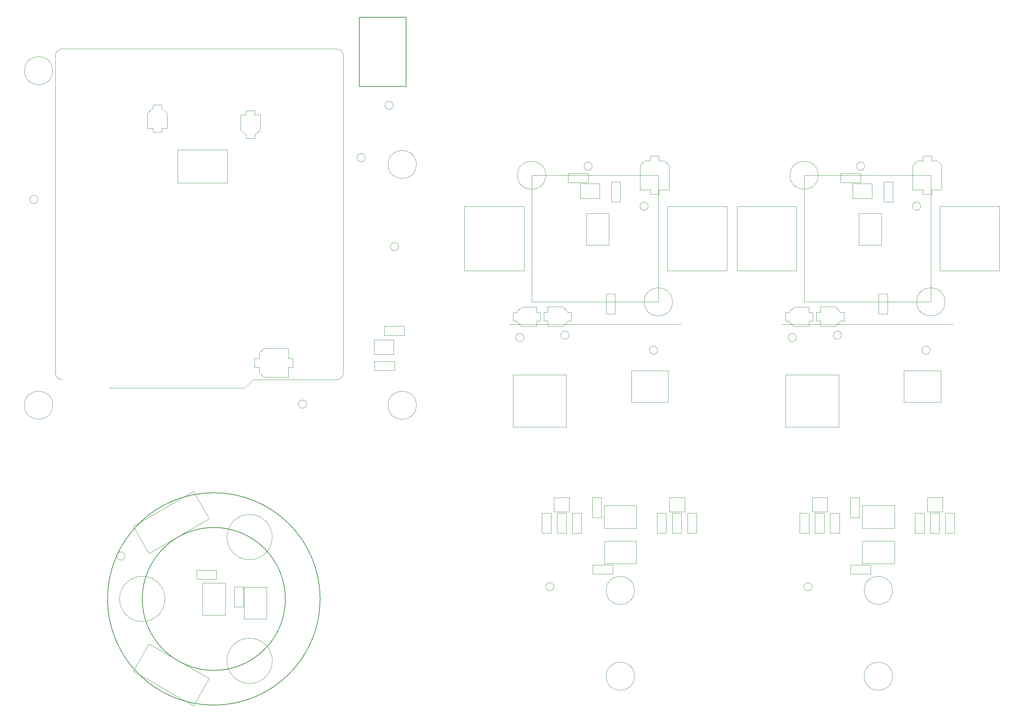
<source format=gbr>
G04 #@! TF.GenerationSoftware,KiCad,Pcbnew,(5.1.5)-3*
G04 #@! TF.CreationDate,2021-05-17T18:43:42+02:00*
G04 #@! TF.ProjectId,MK2EE,4d4b3245-452e-46b6-9963-61645f706362,1*
G04 #@! TF.SameCoordinates,Original*
G04 #@! TF.FileFunction,Other,User*
%FSLAX46Y46*%
G04 Gerber Fmt 4.6, Leading zero omitted, Abs format (unit mm)*
G04 Created by KiCad (PCBNEW (5.1.5)-3) date 2021-05-17 18:43:42*
%MOMM*%
%LPD*%
G04 APERTURE LIST*
%ADD10C,0.050000*%
%ADD11C,0.150000*%
G04 APERTURE END LIST*
D10*
X232995000Y-103980000D02*
X232995000Y-72980000D01*
X263995000Y-103980000D02*
X263995000Y-72980000D01*
X232995000Y-72980000D02*
X263995000Y-72980000D01*
X263995000Y-103980000D02*
X232995000Y-103980000D01*
X269495000Y-109481000D02*
X227495000Y-109481000D01*
X202845000Y-109481000D02*
X160845000Y-109481000D01*
X197345000Y-103980000D02*
X166345000Y-103980000D01*
X166345000Y-103980000D02*
X166345000Y-72980000D01*
X197345000Y-103980000D02*
X197345000Y-72980000D01*
X166345000Y-72980000D02*
X197345000Y-72980000D01*
D11*
X114634000Y-176729000D02*
G75*
G03X114634000Y-176729000I-26000000J0D01*
G01*
X106134000Y-176729000D02*
G75*
G03X106134000Y-176729000I-17500000J0D01*
G01*
D10*
X235681000Y-160625000D02*
X235681000Y-155725000D01*
X237921000Y-160625000D02*
X235681000Y-160625000D01*
X237921000Y-155725000D02*
X237921000Y-160625000D01*
X235681000Y-155725000D02*
X237921000Y-155725000D01*
X263831000Y-160625000D02*
X263831000Y-155725000D01*
X266071000Y-160625000D02*
X263831000Y-160625000D01*
X266071000Y-155725000D02*
X266071000Y-160625000D01*
X263831000Y-155725000D02*
X266071000Y-155725000D01*
X262371000Y-155725000D02*
X262371000Y-160625000D01*
X260131000Y-155725000D02*
X262371000Y-155725000D01*
X260131000Y-160625000D02*
X260131000Y-155725000D01*
X262371000Y-160625000D02*
X260131000Y-160625000D01*
X239381000Y-160625000D02*
X239381000Y-155725000D01*
X241621000Y-160625000D02*
X239381000Y-160625000D01*
X241621000Y-155725000D02*
X241621000Y-160625000D01*
X239381000Y-155725000D02*
X241621000Y-155725000D01*
X234930000Y-173760000D02*
G75*
G03X234930000Y-173760000I-1000000J0D01*
G01*
X234196000Y-155725000D02*
X234196000Y-160625000D01*
X231956000Y-155725000D02*
X234196000Y-155725000D01*
X231956000Y-160625000D02*
X231956000Y-155725000D01*
X234196000Y-160625000D02*
X231956000Y-160625000D01*
X267556000Y-160625000D02*
X267556000Y-155725000D01*
X269796000Y-160625000D02*
X267556000Y-160625000D01*
X269796000Y-155725000D02*
X269796000Y-160625000D01*
X267556000Y-155725000D02*
X269796000Y-155725000D01*
X254601000Y-195645000D02*
G75*
G03X254601000Y-195645000I-3450000J0D01*
G01*
X254601000Y-174641000D02*
G75*
G03X254601000Y-174641000I-3450000J0D01*
G01*
X246521000Y-151925000D02*
X246521000Y-156825000D01*
X244281000Y-151925000D02*
X246521000Y-151925000D01*
X244281000Y-156825000D02*
X244281000Y-151925000D01*
X246521000Y-156825000D02*
X244281000Y-156825000D01*
X244376000Y-168380000D02*
X249276000Y-168380000D01*
X244376000Y-170620000D02*
X244376000Y-168380000D01*
X249276000Y-170620000D02*
X244376000Y-170620000D01*
X249276000Y-168380000D02*
X249276000Y-170620000D01*
X255076000Y-153841000D02*
X255076000Y-159441000D01*
X247226000Y-153841000D02*
X255076000Y-153841000D01*
X247226000Y-159441000D02*
X247226000Y-153841000D01*
X255076000Y-159441000D02*
X247226000Y-159441000D01*
X247271000Y-168075000D02*
X247271000Y-162575000D01*
X255081000Y-168075000D02*
X255081000Y-162575000D01*
X255081000Y-162575000D02*
X247271000Y-162575000D01*
X255081000Y-168075000D02*
X247271000Y-168075000D01*
X238651000Y-155400000D02*
X234951000Y-155400000D01*
X234951000Y-155400000D02*
X234951000Y-151900000D01*
X234951000Y-151900000D02*
X238651000Y-151900000D01*
X238651000Y-151900000D02*
X238651000Y-155400000D01*
X266876000Y-155375000D02*
X263176000Y-155375000D01*
X263176000Y-155375000D02*
X263176000Y-151875000D01*
X263176000Y-151875000D02*
X266876000Y-151875000D01*
X266876000Y-151875000D02*
X266876000Y-155375000D01*
X241470000Y-121880000D02*
X228470000Y-121880000D01*
X241470000Y-134630000D02*
X241470000Y-121880000D01*
X228470000Y-134630000D02*
X241470000Y-134630000D01*
X228470000Y-121880000D02*
X228470000Y-134630000D01*
X231120000Y-112755000D02*
G75*
G03X231120000Y-112755000I-1000000J0D01*
G01*
X261520000Y-80555000D02*
G75*
G03X261520000Y-80555000I-1000000J0D01*
G01*
X263810000Y-115820000D02*
G75*
G03X263810000Y-115820000I-1000000J0D01*
G01*
X249625000Y-78655000D02*
X244865000Y-78655000D01*
X249625000Y-78655000D02*
X249625000Y-75055000D01*
X244865000Y-75055000D02*
X244865000Y-78655000D01*
X244865000Y-75055000D02*
X249625000Y-75055000D01*
X247830000Y-70765000D02*
G75*
G03X247830000Y-70765000I-1000000J0D01*
G01*
X242145000Y-112130000D02*
G75*
G03X242145000Y-112130000I-1000000J0D01*
G01*
X236445000Y-72980000D02*
G75*
G03X236445000Y-72980000I-3450000J0D01*
G01*
X267445000Y-103980000D02*
G75*
G03X267445000Y-103980000I-3450000J0D01*
G01*
X216565000Y-80600000D02*
X231165000Y-80600000D01*
X216565000Y-96380000D02*
X216565000Y-80600000D01*
X231165000Y-80600000D02*
X231165000Y-96380000D01*
X231165000Y-96380000D02*
X216565000Y-96380000D01*
X266420000Y-120830000D02*
X257420000Y-120830000D01*
X266420000Y-128530000D02*
X266420000Y-120830000D01*
X257420000Y-128530000D02*
X266420000Y-128530000D01*
X257420000Y-120830000D02*
X257420000Y-128530000D01*
X242720000Y-106530000D02*
X241770000Y-106530000D01*
X242720000Y-108630000D02*
X242720000Y-106530000D01*
X241770000Y-108630000D02*
X242720000Y-108630000D01*
X241770000Y-106530000D02*
X241770000Y-106330000D01*
X241770000Y-108830000D02*
X241770000Y-108630000D01*
X241770000Y-108830000D02*
X240620000Y-109980000D01*
X241770000Y-106330000D02*
X240620000Y-105180000D01*
X240620000Y-109980000D02*
X236970000Y-109980000D01*
X240620000Y-105180000D02*
X236970000Y-105180000D01*
X236970000Y-106530000D02*
X236970000Y-105180000D01*
X236020000Y-106530000D02*
X236970000Y-106530000D01*
X236020000Y-108630000D02*
X236020000Y-106530000D01*
X236970000Y-108630000D02*
X236020000Y-108630000D01*
X236970000Y-109980000D02*
X236970000Y-108630000D01*
X262045000Y-68280000D02*
X262045000Y-69430000D01*
X264145000Y-68280000D02*
X262045000Y-68280000D01*
X264145000Y-69430000D02*
X264145000Y-68280000D01*
X262045000Y-69430000D02*
X260695000Y-69430000D01*
X265495000Y-69430000D02*
X264145000Y-69430000D01*
X265495000Y-69430000D02*
X266645000Y-70580000D01*
X260695000Y-69430000D02*
X259545000Y-70580000D01*
X266645000Y-70580000D02*
X266645000Y-76530000D01*
X259545000Y-70580000D02*
X259545000Y-76530000D01*
X262045000Y-76530000D02*
X259545000Y-76530000D01*
X262045000Y-77680000D02*
X262045000Y-76530000D01*
X264145000Y-77680000D02*
X262045000Y-77680000D01*
X264145000Y-76530000D02*
X264145000Y-77680000D01*
X266645000Y-76530000D02*
X264145000Y-76530000D01*
X280800000Y-96385000D02*
X266200000Y-96385000D01*
X280800000Y-80605000D02*
X280800000Y-96385000D01*
X266200000Y-96385000D02*
X266200000Y-80605000D01*
X266200000Y-80605000D02*
X280800000Y-80605000D01*
X228445000Y-108680000D02*
X229395000Y-108680000D01*
X228445000Y-106580000D02*
X228445000Y-108680000D01*
X229395000Y-106580000D02*
X228445000Y-106580000D01*
X229395000Y-108680000D02*
X229395000Y-108880000D01*
X229395000Y-106380000D02*
X229395000Y-106580000D01*
X229395000Y-106380000D02*
X230545000Y-105230000D01*
X229395000Y-108880000D02*
X230545000Y-110030000D01*
X230545000Y-105230000D02*
X234195000Y-105230000D01*
X230545000Y-110030000D02*
X234195000Y-110030000D01*
X234195000Y-108680000D02*
X234195000Y-110030000D01*
X235145000Y-108680000D02*
X234195000Y-108680000D01*
X235145000Y-106580000D02*
X235145000Y-108680000D01*
X234195000Y-106580000D02*
X235145000Y-106580000D01*
X234195000Y-105230000D02*
X234195000Y-106580000D01*
X251200000Y-106955000D02*
X251200000Y-102055000D01*
X253440000Y-106955000D02*
X251200000Y-106955000D01*
X253440000Y-102055000D02*
X253440000Y-106955000D01*
X251200000Y-102055000D02*
X253440000Y-102055000D01*
X241930000Y-72535000D02*
X246830000Y-72535000D01*
X241930000Y-74775000D02*
X241930000Y-72535000D01*
X246830000Y-74775000D02*
X241930000Y-74775000D01*
X246830000Y-72535000D02*
X246830000Y-74775000D01*
X254715000Y-74630000D02*
X254715000Y-79530000D01*
X252475000Y-74630000D02*
X254715000Y-74630000D01*
X252475000Y-79530000D02*
X252475000Y-74630000D01*
X254715000Y-79530000D02*
X252475000Y-79530000D01*
X246395000Y-82325000D02*
X251895000Y-82325000D01*
X246395000Y-90135000D02*
X251895000Y-90135000D01*
X251895000Y-90135000D02*
X251895000Y-82325000D01*
X246395000Y-90135000D02*
X246395000Y-82325000D01*
X127859000Y-113294000D02*
X132619000Y-113294000D01*
X127859000Y-113294000D02*
X127859000Y-116894000D01*
X132619000Y-116894000D02*
X132619000Y-113294000D01*
X132619000Y-116894000D02*
X127859000Y-116894000D01*
X96224000Y-125044000D02*
X62974000Y-125044000D01*
X98224000Y-123044000D02*
X96224000Y-125044000D01*
X118599000Y-123044000D02*
X98224000Y-123044000D01*
X120349000Y-121294000D02*
G75*
G02X118599000Y-123044000I-1750000J0D01*
G01*
X120349000Y-43794000D02*
X120349000Y-121294000D01*
X118599000Y-42044000D02*
G75*
G02X120349000Y-43794000I0J-1750000D01*
G01*
X51599000Y-42044000D02*
X118599000Y-42044000D01*
X49849000Y-43794000D02*
G75*
G02X51599000Y-42044000I1750000J0D01*
G01*
X49849000Y-121294000D02*
X49849000Y-43794000D01*
X51599000Y-123044000D02*
G75*
G02X49849000Y-121294000I0J1750000D01*
G01*
X191491000Y-174641000D02*
G75*
G03X191491000Y-174641000I-3450000J0D01*
G01*
X191491000Y-195645000D02*
G75*
G03X191491000Y-195645000I-3450000J0D01*
G01*
X200795000Y-103980000D02*
G75*
G03X200795000Y-103980000I-3450000J0D01*
G01*
X169795000Y-72980000D02*
G75*
G03X169795000Y-72980000I-3450000J0D01*
G01*
X102934000Y-161573555D02*
G75*
G03X102934000Y-161573555I-5550000J0D01*
G01*
X102934000Y-191884445D02*
G75*
G03X102934000Y-191884445I-5550000J0D01*
G01*
X76684000Y-176729000D02*
G75*
G03X76684000Y-176729000I-5550000J0D01*
G01*
D11*
X124199001Y-51247000D02*
X135678999Y-51247000D01*
X124199001Y-34344000D02*
X124199001Y-51247000D01*
X135678999Y-34344000D02*
X124199001Y-34344000D01*
X135678999Y-51247000D02*
X135678999Y-34344000D01*
X135678999Y-51247000D02*
X135678999Y-51247000D01*
D10*
X138153000Y-129308000D02*
G75*
G03X138153000Y-129308000I-3450000J0D01*
G01*
X49225000Y-129308000D02*
G75*
G03X49225000Y-129308000I-3450000J0D01*
G01*
X138153000Y-70344000D02*
G75*
G03X138153000Y-70344000I-3450000J0D01*
G01*
X49225000Y-47380000D02*
G75*
G03X49225000Y-47380000I-3450000J0D01*
G01*
X98614000Y-63894000D02*
X98614000Y-62944000D01*
X96514000Y-63894000D02*
X98614000Y-63894000D01*
X96514000Y-62944000D02*
X96514000Y-63894000D01*
X98614000Y-62944000D02*
X98814000Y-62944000D01*
X96314000Y-62944000D02*
X96514000Y-62944000D01*
X96314000Y-62944000D02*
X95164000Y-61794000D01*
X98814000Y-62944000D02*
X99964000Y-61794000D01*
X95164000Y-61794000D02*
X95164000Y-58144000D01*
X99964000Y-61794000D02*
X99964000Y-58144000D01*
X98614000Y-58144000D02*
X99964000Y-58144000D01*
X98614000Y-57194000D02*
X98614000Y-58144000D01*
X96514000Y-57194000D02*
X98614000Y-57194000D01*
X96514000Y-58144000D02*
X96514000Y-57194000D01*
X95164000Y-58144000D02*
X96514000Y-58144000D01*
X73739000Y-55719000D02*
X73739000Y-56669000D01*
X75839000Y-55719000D02*
X73739000Y-55719000D01*
X75839000Y-56669000D02*
X75839000Y-55719000D01*
X73739000Y-56669000D02*
X73539000Y-56669000D01*
X76039000Y-56669000D02*
X75839000Y-56669000D01*
X76039000Y-56669000D02*
X77189000Y-57819000D01*
X73539000Y-56669000D02*
X72389000Y-57819000D01*
X77189000Y-57819000D02*
X77189000Y-61469000D01*
X72389000Y-57819000D02*
X72389000Y-61469000D01*
X73739000Y-61469000D02*
X72389000Y-61469000D01*
X73739000Y-62419000D02*
X73739000Y-61469000D01*
X75839000Y-62419000D02*
X73739000Y-62419000D01*
X75839000Y-61469000D02*
X75839000Y-62419000D01*
X77189000Y-61469000D02*
X75839000Y-61469000D01*
X98589000Y-119944000D02*
X99739000Y-119944000D01*
X98589000Y-117844000D02*
X98589000Y-119944000D01*
X99739000Y-117844000D02*
X98589000Y-117844000D01*
X99739000Y-119944000D02*
X99739000Y-121294000D01*
X99739000Y-116494000D02*
X99739000Y-117844000D01*
X99739000Y-116494000D02*
X100889000Y-115344000D01*
X99739000Y-121294000D02*
X100889000Y-122444000D01*
X100889000Y-115344000D02*
X106839000Y-115344000D01*
X100889000Y-122444000D02*
X106839000Y-122444000D01*
X106839000Y-119944000D02*
X106839000Y-122444000D01*
X107989000Y-119944000D02*
X106839000Y-119944000D01*
X107989000Y-117844000D02*
X107989000Y-119944000D01*
X106839000Y-117844000D02*
X107989000Y-117844000D01*
X106839000Y-115344000D02*
X106839000Y-117844000D01*
X199995000Y-76530000D02*
X197495000Y-76530000D01*
X197495000Y-76530000D02*
X197495000Y-77680000D01*
X197495000Y-77680000D02*
X195395000Y-77680000D01*
X195395000Y-77680000D02*
X195395000Y-76530000D01*
X195395000Y-76530000D02*
X192895000Y-76530000D01*
X192895000Y-70580000D02*
X192895000Y-76530000D01*
X199995000Y-70580000D02*
X199995000Y-76530000D01*
X194045000Y-69430000D02*
X192895000Y-70580000D01*
X198845000Y-69430000D02*
X199995000Y-70580000D01*
X198845000Y-69430000D02*
X197495000Y-69430000D01*
X195395000Y-69430000D02*
X194045000Y-69430000D01*
X197495000Y-69430000D02*
X197495000Y-68280000D01*
X197495000Y-68280000D02*
X195395000Y-68280000D01*
X195395000Y-68280000D02*
X195395000Y-69430000D01*
X167545000Y-105230000D02*
X167545000Y-106580000D01*
X167545000Y-106580000D02*
X168495000Y-106580000D01*
X168495000Y-106580000D02*
X168495000Y-108680000D01*
X168495000Y-108680000D02*
X167545000Y-108680000D01*
X167545000Y-108680000D02*
X167545000Y-110030000D01*
X163895000Y-110030000D02*
X167545000Y-110030000D01*
X163895000Y-105230000D02*
X167545000Y-105230000D01*
X162745000Y-108880000D02*
X163895000Y-110030000D01*
X162745000Y-106380000D02*
X163895000Y-105230000D01*
X162745000Y-106380000D02*
X162745000Y-106580000D01*
X162745000Y-108680000D02*
X162745000Y-108880000D01*
X162745000Y-106580000D02*
X161795000Y-106580000D01*
X161795000Y-106580000D02*
X161795000Y-108680000D01*
X161795000Y-108680000D02*
X162745000Y-108680000D01*
X170320000Y-109980000D02*
X170320000Y-108630000D01*
X170320000Y-108630000D02*
X169370000Y-108630000D01*
X169370000Y-108630000D02*
X169370000Y-106530000D01*
X169370000Y-106530000D02*
X170320000Y-106530000D01*
X170320000Y-106530000D02*
X170320000Y-105180000D01*
X173970000Y-105180000D02*
X170320000Y-105180000D01*
X173970000Y-109980000D02*
X170320000Y-109980000D01*
X175120000Y-106330000D02*
X173970000Y-105180000D01*
X175120000Y-108830000D02*
X173970000Y-109980000D01*
X175120000Y-108830000D02*
X175120000Y-108630000D01*
X175120000Y-106530000D02*
X175120000Y-106330000D01*
X175120000Y-108630000D02*
X176070000Y-108630000D01*
X176070000Y-108630000D02*
X176070000Y-106530000D01*
X176070000Y-106530000D02*
X175120000Y-106530000D01*
X190770000Y-120830000D02*
X190770000Y-128530000D01*
X190770000Y-128530000D02*
X199770000Y-128530000D01*
X199770000Y-128530000D02*
X199770000Y-120830000D01*
X199770000Y-120830000D02*
X190770000Y-120830000D01*
X199550000Y-80605000D02*
X214150000Y-80605000D01*
X199550000Y-96385000D02*
X199550000Y-80605000D01*
X214150000Y-80605000D02*
X214150000Y-96385000D01*
X214150000Y-96385000D02*
X199550000Y-96385000D01*
X164515000Y-96380000D02*
X149915000Y-96380000D01*
X164515000Y-80600000D02*
X164515000Y-96380000D01*
X149915000Y-96380000D02*
X149915000Y-80600000D01*
X149915000Y-80600000D02*
X164515000Y-80600000D01*
X161820000Y-121880000D02*
X161820000Y-134630000D01*
X161820000Y-134630000D02*
X174820000Y-134630000D01*
X174820000Y-134630000D02*
X174820000Y-121880000D01*
X174820000Y-121880000D02*
X161820000Y-121880000D01*
X175541000Y-151900000D02*
X175541000Y-155400000D01*
X171841000Y-151900000D02*
X175541000Y-151900000D01*
X171841000Y-155400000D02*
X171841000Y-151900000D01*
X175541000Y-155400000D02*
X171841000Y-155400000D01*
X203766000Y-151875000D02*
X203766000Y-155375000D01*
X200066000Y-151875000D02*
X203766000Y-151875000D01*
X200066000Y-155375000D02*
X200066000Y-151875000D01*
X203766000Y-155375000D02*
X200066000Y-155375000D01*
X91939000Y-74819000D02*
X79739000Y-74819000D01*
X79739000Y-74819000D02*
X79739000Y-66719000D01*
X79739000Y-66719000D02*
X91939000Y-66719000D01*
X91939000Y-66719000D02*
X91939000Y-74819000D01*
X179745000Y-90135000D02*
X179745000Y-82325000D01*
X185245000Y-90135000D02*
X185245000Y-82325000D01*
X179745000Y-90135000D02*
X185245000Y-90135000D01*
X179745000Y-82325000D02*
X185245000Y-82325000D01*
X191966000Y-159441000D02*
X184116000Y-159441000D01*
X184116000Y-159441000D02*
X184116000Y-153841000D01*
X184116000Y-153841000D02*
X191966000Y-153841000D01*
X191966000Y-153841000D02*
X191966000Y-159441000D01*
X191971000Y-168075000D02*
X184161000Y-168075000D01*
X191971000Y-162575000D02*
X184161000Y-162575000D01*
X191971000Y-168075000D02*
X191971000Y-162575000D01*
X184161000Y-168075000D02*
X184161000Y-162575000D01*
X91434000Y-180654000D02*
X85834000Y-180654000D01*
X91434000Y-172804000D02*
X91434000Y-180654000D01*
X85834000Y-172804000D02*
X91434000Y-172804000D01*
X85834000Y-180654000D02*
X85834000Y-172804000D01*
X96009000Y-173799000D02*
X101509000Y-173799000D01*
X96009000Y-181609000D02*
X101509000Y-181609000D01*
X101509000Y-181609000D02*
X101509000Y-173799000D01*
X96009000Y-181609000D02*
X96009000Y-173799000D01*
X68902911Y-194366307D02*
X83625343Y-202866307D01*
X72752911Y-187697911D02*
X68902911Y-194366307D01*
X87475343Y-196197911D02*
X72752911Y-187697911D01*
X83625343Y-202866307D02*
X87475343Y-196197911D01*
X83625343Y-150416693D02*
X68902911Y-158916693D01*
X87475343Y-157085089D02*
X83625343Y-150416693D01*
X72752911Y-165585089D02*
X87475343Y-157085089D01*
X68902911Y-158916693D02*
X72752911Y-165585089D01*
X135189000Y-112189000D02*
X130289000Y-112189000D01*
X135189000Y-109949000D02*
X135189000Y-112189000D01*
X130289000Y-109949000D02*
X135189000Y-109949000D01*
X130289000Y-112189000D02*
X130289000Y-109949000D01*
X132814000Y-120764000D02*
X127914000Y-120764000D01*
X132814000Y-118524000D02*
X132814000Y-120764000D01*
X127914000Y-118524000D02*
X132814000Y-118524000D01*
X127914000Y-120764000D02*
X127914000Y-118524000D01*
X184550000Y-102055000D02*
X186790000Y-102055000D01*
X186790000Y-102055000D02*
X186790000Y-106955000D01*
X186790000Y-106955000D02*
X184550000Y-106955000D01*
X184550000Y-106955000D02*
X184550000Y-102055000D01*
X180180000Y-72535000D02*
X180180000Y-74775000D01*
X180180000Y-74775000D02*
X175280000Y-74775000D01*
X175280000Y-74775000D02*
X175280000Y-72535000D01*
X175280000Y-72535000D02*
X180180000Y-72535000D01*
X188065000Y-79530000D02*
X185825000Y-79530000D01*
X185825000Y-79530000D02*
X185825000Y-74630000D01*
X185825000Y-74630000D02*
X188065000Y-74630000D01*
X188065000Y-74630000D02*
X188065000Y-79530000D01*
X186166000Y-168380000D02*
X186166000Y-170620000D01*
X186166000Y-170620000D02*
X181266000Y-170620000D01*
X181266000Y-170620000D02*
X181266000Y-168380000D01*
X181266000Y-168380000D02*
X186166000Y-168380000D01*
X183411000Y-156825000D02*
X181171000Y-156825000D01*
X181171000Y-156825000D02*
X181171000Y-151925000D01*
X181171000Y-151925000D02*
X183411000Y-151925000D01*
X183411000Y-151925000D02*
X183411000Y-156825000D01*
X93614000Y-178679000D02*
X93614000Y-173779000D01*
X95854000Y-178679000D02*
X93614000Y-178679000D01*
X95854000Y-173779000D02*
X95854000Y-178679000D01*
X93614000Y-173779000D02*
X95854000Y-173779000D01*
X84394000Y-169659000D02*
X89294000Y-169659000D01*
X84394000Y-171899000D02*
X84394000Y-169659000D01*
X89294000Y-171899000D02*
X84394000Y-171899000D01*
X89294000Y-169659000D02*
X89294000Y-171899000D01*
X172571000Y-155725000D02*
X174811000Y-155725000D01*
X174811000Y-155725000D02*
X174811000Y-160625000D01*
X174811000Y-160625000D02*
X172571000Y-160625000D01*
X172571000Y-160625000D02*
X172571000Y-155725000D01*
X176271000Y-155725000D02*
X178511000Y-155725000D01*
X178511000Y-155725000D02*
X178511000Y-160625000D01*
X178511000Y-160625000D02*
X176271000Y-160625000D01*
X176271000Y-160625000D02*
X176271000Y-155725000D01*
X171086000Y-160625000D02*
X168846000Y-160625000D01*
X168846000Y-160625000D02*
X168846000Y-155725000D01*
X168846000Y-155725000D02*
X171086000Y-155725000D01*
X171086000Y-155725000D02*
X171086000Y-160625000D01*
X200721000Y-155725000D02*
X202961000Y-155725000D01*
X202961000Y-155725000D02*
X202961000Y-160625000D01*
X202961000Y-160625000D02*
X200721000Y-160625000D01*
X200721000Y-160625000D02*
X200721000Y-155725000D01*
X204446000Y-155725000D02*
X206686000Y-155725000D01*
X206686000Y-155725000D02*
X206686000Y-160625000D01*
X206686000Y-160625000D02*
X204446000Y-160625000D01*
X204446000Y-160625000D02*
X204446000Y-155725000D01*
X199261000Y-160625000D02*
X197021000Y-160625000D01*
X197021000Y-160625000D02*
X197021000Y-155725000D01*
X197021000Y-155725000D02*
X199261000Y-155725000D01*
X199261000Y-155725000D02*
X199261000Y-160625000D01*
X178215000Y-75055000D02*
X182975000Y-75055000D01*
X178215000Y-75055000D02*
X178215000Y-78655000D01*
X182975000Y-78655000D02*
X182975000Y-75055000D01*
X182975000Y-78655000D02*
X178215000Y-78655000D01*
X132489000Y-55869000D02*
G75*
G03X132489000Y-55869000I-1000000J0D01*
G01*
X125639000Y-68669000D02*
G75*
G03X125639000Y-68669000I-1000000J0D01*
G01*
X45614000Y-78919000D02*
G75*
G03X45614000Y-78919000I-1000000J0D01*
G01*
X111364000Y-129019000D02*
G75*
G03X111364000Y-129019000I-1000000J0D01*
G01*
X164470000Y-112755000D02*
G75*
G03X164470000Y-112755000I-1000000J0D01*
G01*
X175495000Y-112130000D02*
G75*
G03X175495000Y-112130000I-1000000J0D01*
G01*
X181180000Y-70765000D02*
G75*
G03X181180000Y-70765000I-1000000J0D01*
G01*
X194870000Y-80555000D02*
G75*
G03X194870000Y-80555000I-1000000J0D01*
G01*
X133830000Y-90470000D02*
G75*
G03X133830000Y-90470000I-1000000J0D01*
G01*
X197160000Y-115820000D02*
G75*
G03X197160000Y-115820000I-1000000J0D01*
G01*
X171820000Y-173760000D02*
G75*
G03X171820000Y-173760000I-1000000J0D01*
G01*
X66890000Y-166220000D02*
G75*
G03X66890000Y-166220000I-1000000J0D01*
G01*
M02*

</source>
